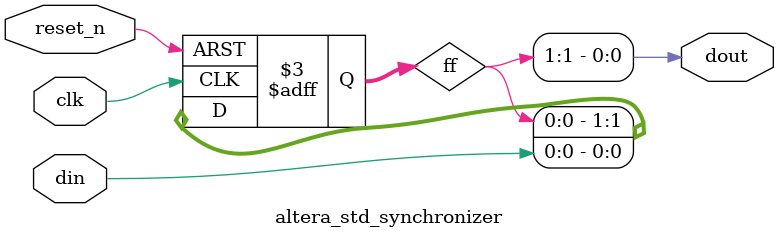
<source format=v>
module altera_std_synchronizer(
  input clk,
  input reset_n,
  input din,
  output dout
);

parameter depth = 2;

reg [depth-1:0] ff;
reg [depth-1:0] ff_next;

always @(posedge clk or negedge reset_n) begin
  if (~reset_n) begin
    ff <= {depth{1'b0}};
  end else begin
    ff <= {ff[depth-2:0], din};
  end
end

assign dout = ff[depth-1];

endmodule
</source>
